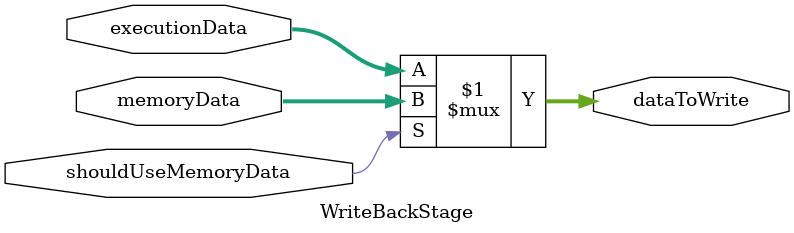
<source format=v>
module WriteBackStage(
  input [31:0] memoryData,
  input [31:0] executionData,
  input shouldUseMemoryData,
  output [31:0] dataToWrite 
);

  assign dataToWrite = (shouldUseMemoryData) ? memoryData : executionData;

endmodule

</source>
